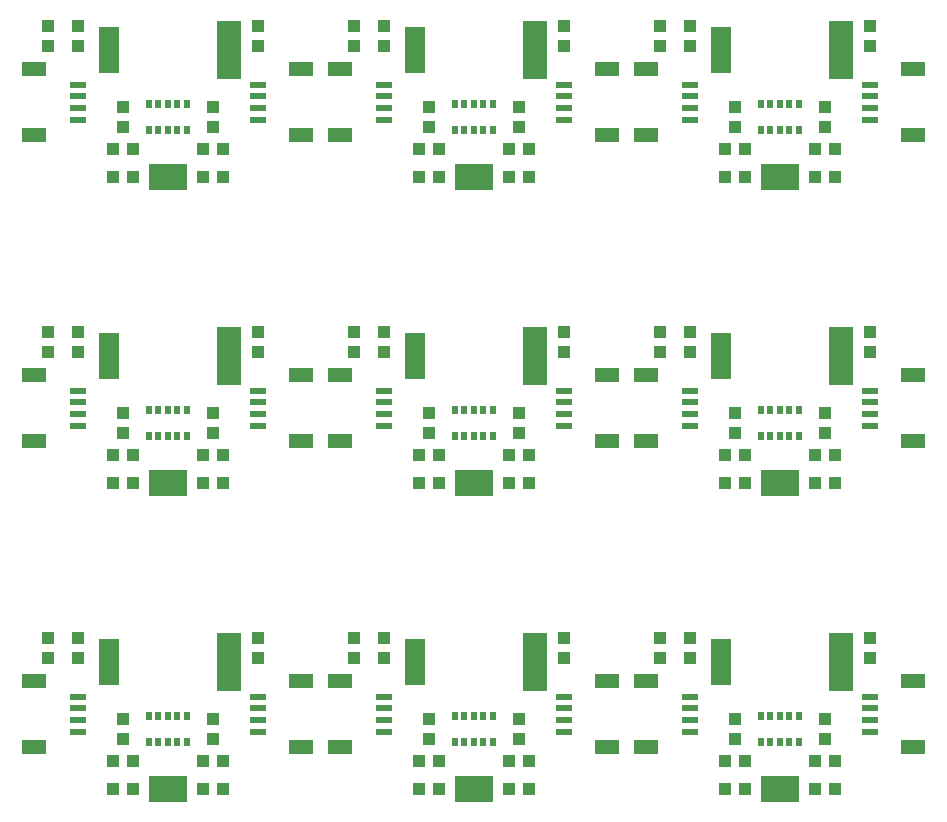
<source format=gtp>
G75*
%MOIN*%
%OFA0B0*%
%FSLAX25Y25*%
%IPPOS*%
%LPD*%
%AMOC8*
5,1,8,0,0,1.08239X$1,22.5*
%
%ADD10R,0.07874X0.04724*%
%ADD11R,0.05315X0.02362*%
%ADD12R,0.04331X0.03937*%
%ADD13R,0.13000X0.08800*%
%ADD14R,0.07874X0.19685*%
%ADD15R,0.06693X0.15748*%
%ADD16R,0.01969X0.03150*%
%ADD17R,0.03937X0.04331*%
D10*
X0032031Y0065476D03*
X0032031Y0087524D03*
X0032031Y0167476D03*
X0032031Y0189524D03*
X0032031Y0269476D03*
X0032031Y0291524D03*
X0120969Y0291524D03*
X0134031Y0291524D03*
X0134031Y0269476D03*
X0120969Y0269476D03*
X0120969Y0189524D03*
X0134031Y0189524D03*
X0134031Y0167476D03*
X0120969Y0167476D03*
X0120969Y0087524D03*
X0134031Y0087524D03*
X0134031Y0065476D03*
X0120969Y0065476D03*
X0222969Y0065476D03*
X0236031Y0065476D03*
X0236031Y0087524D03*
X0222969Y0087524D03*
X0222969Y0167476D03*
X0236031Y0167476D03*
X0236031Y0189524D03*
X0222969Y0189524D03*
X0222969Y0269476D03*
X0236031Y0269476D03*
X0236031Y0291524D03*
X0222969Y0291524D03*
X0324969Y0291524D03*
X0324969Y0269476D03*
X0324969Y0189524D03*
X0324969Y0167476D03*
X0324969Y0087524D03*
X0324969Y0065476D03*
D11*
X0310500Y0070594D03*
X0310500Y0074531D03*
X0310500Y0078469D03*
X0310500Y0082406D03*
X0250500Y0082406D03*
X0250500Y0078469D03*
X0250500Y0074531D03*
X0250500Y0070594D03*
X0208500Y0070594D03*
X0208500Y0074531D03*
X0208500Y0078469D03*
X0208500Y0082406D03*
X0148500Y0082406D03*
X0148500Y0078469D03*
X0148500Y0074531D03*
X0148500Y0070594D03*
X0106500Y0070594D03*
X0106500Y0074531D03*
X0106500Y0078469D03*
X0106500Y0082406D03*
X0046500Y0082406D03*
X0046500Y0078469D03*
X0046500Y0074531D03*
X0046500Y0070594D03*
X0046500Y0172594D03*
X0046500Y0176531D03*
X0046500Y0180469D03*
X0046500Y0184406D03*
X0106500Y0184406D03*
X0106500Y0180469D03*
X0106500Y0176531D03*
X0106500Y0172594D03*
X0148500Y0172594D03*
X0148500Y0176531D03*
X0148500Y0180469D03*
X0148500Y0184406D03*
X0208500Y0184406D03*
X0208500Y0180469D03*
X0208500Y0176531D03*
X0208500Y0172594D03*
X0250500Y0172594D03*
X0250500Y0176531D03*
X0250500Y0180469D03*
X0250500Y0184406D03*
X0310500Y0184406D03*
X0310500Y0180469D03*
X0310500Y0176531D03*
X0310500Y0172594D03*
X0310500Y0274594D03*
X0310500Y0278531D03*
X0310500Y0282469D03*
X0310500Y0286406D03*
X0250500Y0286406D03*
X0250500Y0282469D03*
X0250500Y0278531D03*
X0250500Y0274594D03*
X0208500Y0274594D03*
X0208500Y0278531D03*
X0208500Y0282469D03*
X0208500Y0286406D03*
X0148500Y0286406D03*
X0148500Y0282469D03*
X0148500Y0278531D03*
X0148500Y0274594D03*
X0106500Y0274594D03*
X0106500Y0278531D03*
X0106500Y0282469D03*
X0106500Y0286406D03*
X0046500Y0286406D03*
X0046500Y0282469D03*
X0046500Y0278531D03*
X0046500Y0274594D03*
D12*
X0058154Y0051500D03*
X0064846Y0051500D03*
X0064846Y0061000D03*
X0058154Y0061000D03*
X0088154Y0061000D03*
X0094846Y0061000D03*
X0094846Y0051500D03*
X0088154Y0051500D03*
X0160154Y0051500D03*
X0166846Y0051500D03*
X0166846Y0061000D03*
X0160154Y0061000D03*
X0190154Y0061000D03*
X0196846Y0061000D03*
X0196846Y0051500D03*
X0190154Y0051500D03*
X0262154Y0051500D03*
X0268846Y0051500D03*
X0268846Y0061000D03*
X0262154Y0061000D03*
X0292154Y0061000D03*
X0298846Y0061000D03*
X0298846Y0051500D03*
X0292154Y0051500D03*
X0292154Y0153500D03*
X0298846Y0153500D03*
X0298846Y0163000D03*
X0292154Y0163000D03*
X0268846Y0163000D03*
X0262154Y0163000D03*
X0262154Y0153500D03*
X0268846Y0153500D03*
X0196846Y0153500D03*
X0190154Y0153500D03*
X0190154Y0163000D03*
X0196846Y0163000D03*
X0166846Y0163000D03*
X0160154Y0163000D03*
X0160154Y0153500D03*
X0166846Y0153500D03*
X0094846Y0153500D03*
X0088154Y0153500D03*
X0088154Y0163000D03*
X0094846Y0163000D03*
X0064846Y0163000D03*
X0058154Y0163000D03*
X0058154Y0153500D03*
X0064846Y0153500D03*
X0064846Y0255500D03*
X0058154Y0255500D03*
X0058154Y0265000D03*
X0064846Y0265000D03*
X0088154Y0265000D03*
X0094846Y0265000D03*
X0094846Y0255500D03*
X0088154Y0255500D03*
X0160154Y0255500D03*
X0166846Y0255500D03*
X0166846Y0265000D03*
X0160154Y0265000D03*
X0190154Y0265000D03*
X0196846Y0265000D03*
X0196846Y0255500D03*
X0190154Y0255500D03*
X0262154Y0255500D03*
X0268846Y0255500D03*
X0268846Y0265000D03*
X0262154Y0265000D03*
X0292154Y0265000D03*
X0298846Y0265000D03*
X0298846Y0255500D03*
X0292154Y0255500D03*
D13*
X0280500Y0255500D03*
X0178500Y0255500D03*
X0076500Y0255500D03*
X0076500Y0153500D03*
X0178500Y0153500D03*
X0280500Y0153500D03*
X0280500Y0051500D03*
X0178500Y0051500D03*
X0076500Y0051500D03*
D14*
X0096776Y0094000D03*
X0198776Y0094000D03*
X0300776Y0094000D03*
X0300776Y0196000D03*
X0198776Y0196000D03*
X0096776Y0196000D03*
X0096776Y0298000D03*
X0198776Y0298000D03*
X0300776Y0298000D03*
D15*
X0260815Y0298000D03*
X0158815Y0298000D03*
X0056815Y0298000D03*
X0056815Y0196000D03*
X0158815Y0196000D03*
X0260815Y0196000D03*
X0260815Y0094000D03*
X0158815Y0094000D03*
X0056815Y0094000D03*
D16*
X0070201Y0075831D03*
X0073350Y0075831D03*
X0076500Y0075831D03*
X0079650Y0075831D03*
X0082799Y0075831D03*
X0082799Y0067169D03*
X0079650Y0067169D03*
X0076500Y0067169D03*
X0073350Y0067169D03*
X0070201Y0067169D03*
X0172201Y0067169D03*
X0175350Y0067169D03*
X0178500Y0067169D03*
X0181650Y0067169D03*
X0184799Y0067169D03*
X0184799Y0075831D03*
X0181650Y0075831D03*
X0178500Y0075831D03*
X0175350Y0075831D03*
X0172201Y0075831D03*
X0172201Y0169169D03*
X0175350Y0169169D03*
X0178500Y0169169D03*
X0181650Y0169169D03*
X0184799Y0169169D03*
X0184799Y0177831D03*
X0181650Y0177831D03*
X0178500Y0177831D03*
X0175350Y0177831D03*
X0172201Y0177831D03*
X0082799Y0177831D03*
X0079650Y0177831D03*
X0076500Y0177831D03*
X0073350Y0177831D03*
X0070201Y0177831D03*
X0070201Y0169169D03*
X0073350Y0169169D03*
X0076500Y0169169D03*
X0079650Y0169169D03*
X0082799Y0169169D03*
X0082799Y0271169D03*
X0079650Y0271169D03*
X0076500Y0271169D03*
X0073350Y0271169D03*
X0070201Y0271169D03*
X0070201Y0279831D03*
X0073350Y0279831D03*
X0076500Y0279831D03*
X0079650Y0279831D03*
X0082799Y0279831D03*
X0172201Y0279831D03*
X0175350Y0279831D03*
X0178500Y0279831D03*
X0181650Y0279831D03*
X0184799Y0279831D03*
X0184799Y0271169D03*
X0181650Y0271169D03*
X0178500Y0271169D03*
X0175350Y0271169D03*
X0172201Y0271169D03*
X0274201Y0271169D03*
X0277350Y0271169D03*
X0280500Y0271169D03*
X0283650Y0271169D03*
X0286799Y0271169D03*
X0286799Y0279831D03*
X0283650Y0279831D03*
X0280500Y0279831D03*
X0277350Y0279831D03*
X0274201Y0279831D03*
X0274201Y0177831D03*
X0277350Y0177831D03*
X0280500Y0177831D03*
X0283650Y0177831D03*
X0286799Y0177831D03*
X0286799Y0169169D03*
X0283650Y0169169D03*
X0280500Y0169169D03*
X0277350Y0169169D03*
X0274201Y0169169D03*
X0274201Y0075831D03*
X0277350Y0075831D03*
X0280500Y0075831D03*
X0283650Y0075831D03*
X0286799Y0075831D03*
X0286799Y0067169D03*
X0283650Y0067169D03*
X0280500Y0067169D03*
X0277350Y0067169D03*
X0274201Y0067169D03*
D17*
X0265500Y0068154D03*
X0265500Y0074846D03*
X0250500Y0095154D03*
X0250500Y0101846D03*
X0240500Y0101846D03*
X0240500Y0095154D03*
X0208500Y0095154D03*
X0208500Y0101846D03*
X0193500Y0074846D03*
X0193500Y0068154D03*
X0163500Y0068154D03*
X0163500Y0074846D03*
X0148500Y0095154D03*
X0148500Y0101846D03*
X0138500Y0101846D03*
X0138500Y0095154D03*
X0106500Y0095154D03*
X0106500Y0101846D03*
X0091500Y0074846D03*
X0091500Y0068154D03*
X0061500Y0068154D03*
X0061500Y0074846D03*
X0046500Y0095154D03*
X0046500Y0101846D03*
X0036500Y0101846D03*
X0036500Y0095154D03*
X0061500Y0170154D03*
X0061500Y0176846D03*
X0046500Y0197154D03*
X0046500Y0203846D03*
X0036500Y0203846D03*
X0036500Y0197154D03*
X0091500Y0176846D03*
X0091500Y0170154D03*
X0106500Y0197154D03*
X0106500Y0203846D03*
X0138500Y0203846D03*
X0138500Y0197154D03*
X0148500Y0197154D03*
X0148500Y0203846D03*
X0163500Y0176846D03*
X0163500Y0170154D03*
X0193500Y0170154D03*
X0193500Y0176846D03*
X0208500Y0197154D03*
X0208500Y0203846D03*
X0240500Y0203846D03*
X0240500Y0197154D03*
X0250500Y0197154D03*
X0250500Y0203846D03*
X0265500Y0176846D03*
X0265500Y0170154D03*
X0295500Y0170154D03*
X0295500Y0176846D03*
X0310500Y0197154D03*
X0310500Y0203846D03*
X0295500Y0272154D03*
X0295500Y0278846D03*
X0310500Y0299154D03*
X0310500Y0305846D03*
X0265500Y0278846D03*
X0265500Y0272154D03*
X0250500Y0299154D03*
X0250500Y0305846D03*
X0240500Y0305846D03*
X0240500Y0299154D03*
X0208500Y0299154D03*
X0208500Y0305846D03*
X0193500Y0278846D03*
X0193500Y0272154D03*
X0163500Y0272154D03*
X0163500Y0278846D03*
X0148500Y0299154D03*
X0148500Y0305846D03*
X0138500Y0305846D03*
X0138500Y0299154D03*
X0106500Y0299154D03*
X0106500Y0305846D03*
X0091500Y0278846D03*
X0091500Y0272154D03*
X0061500Y0272154D03*
X0061500Y0278846D03*
X0046500Y0299154D03*
X0046500Y0305846D03*
X0036500Y0305846D03*
X0036500Y0299154D03*
X0295500Y0074846D03*
X0295500Y0068154D03*
X0310500Y0095154D03*
X0310500Y0101846D03*
M02*

</source>
